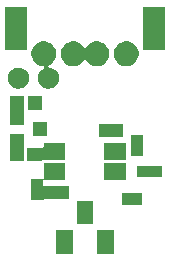
<source format=gts>
G04 #@! TF.GenerationSoftware,KiCad,Pcbnew,(5.0.2)-1*
G04 #@! TF.CreationDate,2019-04-16T13:26:55-07:00*
G04 #@! TF.ProjectId,signet-pcb,7369676e-6574-42d7-9063-622e6b696361,rev?*
G04 #@! TF.SameCoordinates,Original*
G04 #@! TF.FileFunction,Soldermask,Top*
G04 #@! TF.FilePolarity,Negative*
%FSLAX46Y46*%
G04 Gerber Fmt 4.6, Leading zero omitted, Abs format (unit mm)*
G04 Created by KiCad (PCBNEW (5.0.2)-1) date 4/16/2019 1:26:55 PM*
%MOMM*%
%LPD*%
G01*
G04 APERTURE LIST*
%ADD10C,0.150000*%
G04 APERTURE END LIST*
D10*
G36*
X112447520Y-100986320D02*
X111047520Y-100986320D01*
X111047520Y-98986320D01*
X112447520Y-98986320D01*
X112447520Y-100986320D01*
X112447520Y-100986320D01*
G37*
G36*
X108947520Y-100986320D02*
X107547520Y-100986320D01*
X107547520Y-98986320D01*
X108947520Y-98986320D01*
X108947520Y-100986320D01*
X108947520Y-100986320D01*
G37*
G36*
X110700000Y-98486320D02*
X109300000Y-98486320D01*
X109300000Y-96486320D01*
X110700000Y-96486320D01*
X110700000Y-98486320D01*
X110700000Y-98486320D01*
G37*
G36*
X114857520Y-96836320D02*
X113157520Y-96836320D01*
X113157520Y-95836320D01*
X114857520Y-95836320D01*
X114857520Y-96836320D01*
X114857520Y-96836320D01*
G37*
G36*
X108350000Y-94700000D02*
X106582520Y-94700000D01*
X106558134Y-94702402D01*
X106534685Y-94709515D01*
X106513074Y-94721066D01*
X106494132Y-94736612D01*
X106478586Y-94755554D01*
X106467035Y-94777165D01*
X106459922Y-94800614D01*
X106457520Y-94825000D01*
X106457520Y-95151320D01*
X106459922Y-95175706D01*
X106467035Y-95199155D01*
X106478586Y-95220766D01*
X106494132Y-95239708D01*
X106513074Y-95255254D01*
X106534685Y-95266805D01*
X106558134Y-95273918D01*
X106582520Y-95276320D01*
X108667520Y-95276320D01*
X108667520Y-96376320D01*
X106582520Y-96376320D01*
X106558134Y-96378722D01*
X106534685Y-96385835D01*
X106533778Y-96386320D01*
X105457520Y-96386320D01*
X105457520Y-94686320D01*
X106375000Y-94686320D01*
X106399386Y-94683918D01*
X106422835Y-94676805D01*
X106444446Y-94665254D01*
X106463388Y-94649708D01*
X106478934Y-94630766D01*
X106490485Y-94609155D01*
X106497598Y-94585706D01*
X106500000Y-94561320D01*
X106500000Y-93300000D01*
X108350000Y-93300000D01*
X108350000Y-94700000D01*
X108350000Y-94700000D01*
G37*
G36*
X113500000Y-94700000D02*
X111650000Y-94700000D01*
X111650000Y-93300000D01*
X113500000Y-93300000D01*
X113500000Y-94700000D01*
X113500000Y-94700000D01*
G37*
G36*
X116537520Y-94466320D02*
X114437520Y-94466320D01*
X114437520Y-93566320D01*
X116537520Y-93566320D01*
X116537520Y-94466320D01*
X116537520Y-94466320D01*
G37*
G36*
X104816810Y-91886320D02*
X104817520Y-91893528D01*
X104817520Y-93161320D01*
X103617520Y-93161320D01*
X103617520Y-92121370D01*
X103616710Y-92113147D01*
X103616710Y-90796270D01*
X104816810Y-90796270D01*
X104816810Y-91886320D01*
X104816810Y-91886320D01*
G37*
G36*
X108350000Y-93000000D02*
X106442520Y-93000000D01*
X106418134Y-93002402D01*
X106394685Y-93009515D01*
X106373074Y-93021066D01*
X106354132Y-93036612D01*
X106338586Y-93055554D01*
X106327035Y-93077165D01*
X106319922Y-93100614D01*
X106317520Y-93125000D01*
X106317520Y-93161320D01*
X105117520Y-93161320D01*
X105117520Y-92011320D01*
X106375000Y-92011320D01*
X106399386Y-92008918D01*
X106422835Y-92001805D01*
X106444446Y-91990254D01*
X106463388Y-91974708D01*
X106478934Y-91955766D01*
X106490485Y-91934155D01*
X106497598Y-91910706D01*
X106500000Y-91886320D01*
X106500000Y-91600000D01*
X108350000Y-91600000D01*
X108350000Y-93000000D01*
X108350000Y-93000000D01*
G37*
G36*
X113500000Y-93000000D02*
X111650000Y-93000000D01*
X111650000Y-91600000D01*
X113500000Y-91600000D01*
X113500000Y-93000000D01*
X113500000Y-93000000D01*
G37*
G36*
X114887520Y-92656320D02*
X113887520Y-92656320D01*
X113887520Y-90956320D01*
X114887520Y-90956320D01*
X114887520Y-92656320D01*
X114887520Y-92656320D01*
G37*
G36*
X113257520Y-91116320D02*
X111157520Y-91116320D01*
X111157520Y-90016320D01*
X113257520Y-90016320D01*
X113257520Y-91116320D01*
X113257520Y-91116320D01*
G37*
G36*
X106815790Y-91046370D02*
X105615690Y-91046370D01*
X105615690Y-89846270D01*
X106815790Y-89846270D01*
X106815790Y-91046370D01*
X106815790Y-91046370D01*
G37*
G36*
X104837520Y-88817540D02*
X104826325Y-88838485D01*
X104819212Y-88861934D01*
X104816810Y-88886320D01*
X104816810Y-90096370D01*
X103616710Y-90096370D01*
X103616710Y-88840237D01*
X103628005Y-88819105D01*
X103635118Y-88795656D01*
X103637520Y-88771270D01*
X103637520Y-87611320D01*
X104837520Y-87611320D01*
X104837520Y-88817540D01*
X104837520Y-88817540D01*
G37*
G36*
X106337520Y-88761320D02*
X105137520Y-88761320D01*
X105137520Y-87611320D01*
X106337520Y-87611320D01*
X106337520Y-88761320D01*
X106337520Y-88761320D01*
G37*
G36*
X104620041Y-85240906D02*
X104783829Y-85308749D01*
X104931240Y-85407246D01*
X105056594Y-85532600D01*
X105155091Y-85680011D01*
X105222934Y-85843799D01*
X105257520Y-86017676D01*
X105257520Y-86194964D01*
X105222934Y-86368841D01*
X105155091Y-86532629D01*
X105056594Y-86680040D01*
X104931240Y-86805394D01*
X104783829Y-86903891D01*
X104620041Y-86971734D01*
X104446164Y-87006320D01*
X104268876Y-87006320D01*
X104094999Y-86971734D01*
X103931211Y-86903891D01*
X103783800Y-86805394D01*
X103658446Y-86680040D01*
X103559949Y-86532629D01*
X103492106Y-86368841D01*
X103457520Y-86194964D01*
X103457520Y-86017676D01*
X103492106Y-85843799D01*
X103559949Y-85680011D01*
X103658446Y-85532600D01*
X103783800Y-85407246D01*
X103931211Y-85308749D01*
X104094999Y-85240906D01*
X104268876Y-85206320D01*
X104446164Y-85206320D01*
X104620041Y-85240906D01*
X104620041Y-85240906D01*
G37*
G36*
X106625888Y-82984470D02*
X106806274Y-83020350D01*
X106997362Y-83099502D01*
X107169336Y-83214411D01*
X107315589Y-83360664D01*
X107430498Y-83532638D01*
X107509650Y-83723726D01*
X107550000Y-83926584D01*
X107550000Y-84133416D01*
X107509650Y-84336274D01*
X107430498Y-84527362D01*
X107315589Y-84699336D01*
X107169336Y-84845589D01*
X106997362Y-84960498D01*
X106973491Y-84970386D01*
X106951887Y-84981933D01*
X106932945Y-84997479D01*
X106917399Y-85016421D01*
X106905848Y-85038031D01*
X106898735Y-85061481D01*
X106896333Y-85085867D01*
X106898735Y-85110253D01*
X106905848Y-85133702D01*
X106917399Y-85155313D01*
X106932945Y-85174255D01*
X106951887Y-85189801D01*
X106973497Y-85201352D01*
X106996947Y-85208465D01*
X107160041Y-85240906D01*
X107323829Y-85308749D01*
X107471240Y-85407246D01*
X107596594Y-85532600D01*
X107695091Y-85680011D01*
X107762934Y-85843799D01*
X107797520Y-86017676D01*
X107797520Y-86194964D01*
X107762934Y-86368841D01*
X107695091Y-86532629D01*
X107596594Y-86680040D01*
X107471240Y-86805394D01*
X107323829Y-86903891D01*
X107160041Y-86971734D01*
X106986164Y-87006320D01*
X106808876Y-87006320D01*
X106634999Y-86971734D01*
X106471211Y-86903891D01*
X106323800Y-86805394D01*
X106198446Y-86680040D01*
X106099949Y-86532629D01*
X106032106Y-86368841D01*
X105997520Y-86194964D01*
X105997520Y-86017676D01*
X106032106Y-85843799D01*
X106099949Y-85680011D01*
X106198446Y-85532600D01*
X106323800Y-85407246D01*
X106470934Y-85308934D01*
X106489876Y-85293388D01*
X106505422Y-85274446D01*
X106516973Y-85252835D01*
X106524086Y-85229386D01*
X106526488Y-85205000D01*
X106524086Y-85180614D01*
X106516973Y-85157165D01*
X106505422Y-85135554D01*
X106489876Y-85116612D01*
X106470934Y-85101066D01*
X106449323Y-85089515D01*
X106425874Y-85082402D01*
X106401488Y-85080000D01*
X106396583Y-85080000D01*
X106374112Y-85075530D01*
X106193726Y-85039650D01*
X106002638Y-84960498D01*
X105830664Y-84845589D01*
X105684411Y-84699336D01*
X105569502Y-84527362D01*
X105490350Y-84336274D01*
X105450000Y-84133416D01*
X105450000Y-83926584D01*
X105490350Y-83723726D01*
X105569502Y-83532638D01*
X105684411Y-83360664D01*
X105830664Y-83214411D01*
X106002638Y-83099502D01*
X106193726Y-83020350D01*
X106374112Y-82984470D01*
X106396583Y-82980000D01*
X106603417Y-82980000D01*
X106625888Y-82984470D01*
X106625888Y-82984470D01*
G37*
G36*
X113625888Y-82984470D02*
X113806274Y-83020350D01*
X113997362Y-83099502D01*
X114169336Y-83214411D01*
X114315589Y-83360664D01*
X114430498Y-83532638D01*
X114509650Y-83723726D01*
X114550000Y-83926584D01*
X114550000Y-84133416D01*
X114509650Y-84336274D01*
X114430498Y-84527362D01*
X114315589Y-84699336D01*
X114169336Y-84845589D01*
X113997362Y-84960498D01*
X113806274Y-85039650D01*
X113625888Y-85075530D01*
X113603417Y-85080000D01*
X113396583Y-85080000D01*
X113374112Y-85075530D01*
X113193726Y-85039650D01*
X113002638Y-84960498D01*
X112830664Y-84845589D01*
X112684411Y-84699336D01*
X112569502Y-84527362D01*
X112490350Y-84336274D01*
X112450000Y-84133416D01*
X112450000Y-83926584D01*
X112490350Y-83723726D01*
X112569502Y-83532638D01*
X112684411Y-83360664D01*
X112830664Y-83214411D01*
X113002638Y-83099502D01*
X113193726Y-83020350D01*
X113374112Y-82984470D01*
X113396583Y-82980000D01*
X113603417Y-82980000D01*
X113625888Y-82984470D01*
X113625888Y-82984470D01*
G37*
G36*
X109125888Y-82984470D02*
X109306274Y-83020350D01*
X109497362Y-83099502D01*
X109669336Y-83214411D01*
X109815589Y-83360664D01*
X109896071Y-83481114D01*
X109911612Y-83500050D01*
X109930554Y-83515596D01*
X109952164Y-83527147D01*
X109975614Y-83534260D01*
X110000000Y-83536662D01*
X110024386Y-83534260D01*
X110047835Y-83527147D01*
X110069446Y-83515596D01*
X110088388Y-83500050D01*
X110103929Y-83481114D01*
X110184411Y-83360664D01*
X110330664Y-83214411D01*
X110502638Y-83099502D01*
X110693726Y-83020350D01*
X110874112Y-82984470D01*
X110896583Y-82980000D01*
X111103417Y-82980000D01*
X111125888Y-82984470D01*
X111306274Y-83020350D01*
X111497362Y-83099502D01*
X111669336Y-83214411D01*
X111815589Y-83360664D01*
X111930498Y-83532638D01*
X112009650Y-83723726D01*
X112050000Y-83926584D01*
X112050000Y-84133416D01*
X112009650Y-84336274D01*
X111930498Y-84527362D01*
X111815589Y-84699336D01*
X111669336Y-84845589D01*
X111497362Y-84960498D01*
X111306274Y-85039650D01*
X111125888Y-85075530D01*
X111103417Y-85080000D01*
X110896583Y-85080000D01*
X110874112Y-85075530D01*
X110693726Y-85039650D01*
X110502638Y-84960498D01*
X110330664Y-84845589D01*
X110184411Y-84699336D01*
X110103929Y-84578886D01*
X110088388Y-84559950D01*
X110069446Y-84544404D01*
X110047836Y-84532853D01*
X110024386Y-84525740D01*
X110000000Y-84523338D01*
X109975614Y-84525740D01*
X109952165Y-84532853D01*
X109930554Y-84544404D01*
X109911612Y-84559950D01*
X109896071Y-84578886D01*
X109815589Y-84699336D01*
X109669336Y-84845589D01*
X109497362Y-84960498D01*
X109306274Y-85039650D01*
X109125888Y-85075530D01*
X109103417Y-85080000D01*
X108896583Y-85080000D01*
X108874112Y-85075530D01*
X108693726Y-85039650D01*
X108502638Y-84960498D01*
X108330664Y-84845589D01*
X108184411Y-84699336D01*
X108069502Y-84527362D01*
X107990350Y-84336274D01*
X107950000Y-84133416D01*
X107950000Y-83926584D01*
X107990350Y-83723726D01*
X108069502Y-83532638D01*
X108184411Y-83360664D01*
X108330664Y-83214411D01*
X108502638Y-83099502D01*
X108693726Y-83020350D01*
X108874112Y-82984470D01*
X108896583Y-82980000D01*
X109103417Y-82980000D01*
X109125888Y-82984470D01*
X109125888Y-82984470D01*
G37*
G36*
X105075000Y-83700000D02*
X103225000Y-83700000D01*
X103225000Y-80100000D01*
X105075000Y-80100000D01*
X105075000Y-83700000D01*
X105075000Y-83700000D01*
G37*
G36*
X116800000Y-83700000D02*
X114900000Y-83700000D01*
X114900000Y-80100000D01*
X116800000Y-80100000D01*
X116800000Y-83700000D01*
X116800000Y-83700000D01*
G37*
M02*

</source>
